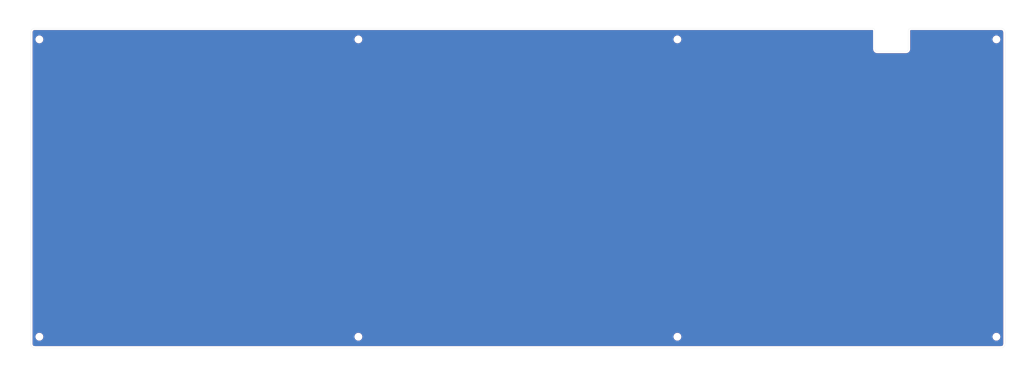
<source format=kicad_pcb>
(kicad_pcb (version 20221018) (generator pcbnew)
  (layers (0 "F.Cu" signal) (31 "B.Cu" signal) (34 "B.Paste" user) (35 "F.Paste" user) (36 "B.SilkS" user "B.Silkscreen") (37 "F.SilkS" user "F.Silkscreen") (38 "B.Mask" user) (39 "F.Mask" user) (44 "Edge.Cuts" user))
  (net 0 "")
  (footprint "MountingHole:MountingHole_2.2mm_M2" (layer "F.Cu") (at 163.68125 153.59375)
    (fp_text reference "REF**")
    (fp_text value "MountingHole_2.2mm_M2")
    (pad "" np_thru_hole circle (at 0 0) (size 2.2 2.2) (drill 2.2) (layers "F&B.Cu" "*.Mask"))
  )
  (footprint "MountingHole:MountingHole_2.2mm_M2" (layer "F.Cu") (at 292.26875 153.59375)
    (fp_text reference "REF**")
    (fp_text value "MountingHole_2.2mm_M2")
    (pad "" np_thru_hole circle (at 0 0) (size 2.2 2.2) (drill 2.2) (layers "F&B.Cu" "*.Mask"))
  )
  (footprint "MountingHole:MountingHole_2.2mm_M2" (layer "F.Cu") (at 292.26875 33.73125)
    (fp_text reference "REF**")
    (fp_text value "MountingHole_2.2mm_M2")
    (pad "" np_thru_hole circle (at 0 0) (size 2.2 2.2) (drill 2.2) (layers "F&B.Cu" "*.Mask"))
  )
  (footprint "MountingHole:MountingHole_2.2mm_M2" (layer "F.Cu") (at 420.85625 153.59375)
    (fp_text reference "REF**")
    (fp_text value "MountingHole_2.2mm_M2")
    (pad "" np_thru_hole circle (at 0 0) (size 2.2 2.2) (drill 2.2) (layers "F&B.Cu" "*.Mask"))
  )
  (footprint "MountingHole:MountingHole_2.2mm_M2" (layer "F.Cu") (at 35.09375 153.59375)
    (fp_text reference "REF**")
    (fp_text value "MountingHole_2.2mm_M2")
    (pad "" np_thru_hole circle (at 0 0) (size 2.2 2.2) (drill 2.2) (layers "F&B.Cu" "*.Mask"))
  )
  (footprint "MountingHole:MountingHole_2.2mm_M2" (layer "F.Cu") (at 163.68125 33.73125)
    (fp_text reference "REF**")
    (fp_text value "MountingHole_2.2mm_M2")
    (pad "" np_thru_hole circle (at 0 0) (size 2.2 2.2) (drill 2.2) (layers "F&B.Cu" "*.Mask"))
  )
  (footprint "MountingHole:MountingHole_2.2mm_M2" (layer "F.Cu") (at 35.09375 33.73125)
    (fp_text reference "REF**")
    (fp_text value "MountingHole_2.2mm_M2")
    (pad "" np_thru_hole circle (at 0 0) (size 2.2 2.2) (drill 2.2) (layers "F&B.Cu" "*.Mask"))
  )
  (footprint "MountingHole:MountingHole_2.2mm_M2" (layer "F.Cu") (at 420.85625 33.73125)
    (fp_text reference "REF**")
    (fp_text value "MountingHole_2.2mm_M2")
    (pad "" np_thru_hole circle (at 0 0) (size 2.2 2.2) (drill 2.2) (layers "F&B.Cu" "*.Mask"))
  )
  (footprint "locallib:ai-4.8-mask" (layer "B.Cu") (at 54.14375 145.65 180)
    (fp_text reference "G***" hide)
    (fp_text value "LOGO" hide)
  )
  (gr_curve (pts (xy 31.702586 156.959458) (xy 31.6125 156.600204) (xy 31.6125 156.187824) (xy 31.6125 155.725)) (stroke (width 0.05)) (layer "Edge.Cuts"))
  (gr_curve (pts (xy 32.835423 158.028839) (xy 32.632754 157.986353) (xy 32.44005 157.917253) (xy 32.267783 157.803365)) (stroke (width 0.05)) (layer "Edge.Cuts"))
  (gr_curve (pts (xy 32.267783 157.803365) (xy 32.125612 157.709374) (xy 32.006529 157.590801) (xy 31.911988 157.449015)) (stroke (width 0.05)) (layer "Edge.Cuts"))
  (gr_curve (pts (xy 32.263485 29.524488) (xy 32.41297 29.424814) (xy 32.578349 29.358892) (xy 32.753042 29.315086)) (stroke (width 0.05)) (layer "Edge.Cuts"))
  (gr_curve (pts (xy 385.258162 38.026005) (xy 385.312536 37.921308) (xy 385.33886 37.822135) (xy 385.35245 37.735529)) (stroke (width 0.05)) (layer "Edge.Cuts"))
  (gr_curve (pts (xy 371.509824 29.454483) (xy 371.601207 29.53104) (xy 371.692022 29.634141) (xy 371.758162 29.761495)) (stroke (width 0.05)) (layer "Edge.Cuts"))
  (gr_curve (pts (xy 372.695721 38.5462) (xy 372.799598 38.5625) (xy 372.898323 38.5625) (xy 372.99375 38.5625)) (stroke (width 0.05)) (layer "Edge.Cuts"))
  (gr_curve (pts (xy 370.74375 29.225) (xy 370.88044 29.225) (xy 371.026506 29.225) (xy 371.183152 29.274054)) (stroke (width 0.05)) (layer "Edge.Cuts"))
  (gr_curve (pts (xy 31.683661 30.447923) (xy 31.726147 30.245254) (xy 31.795247 30.05255) (xy 31.909135 29.880283)) (stroke (width 0.05)) (layer "Edge.Cuts"))
  (gr_curve (pts (xy 385.35245 37.735529) (xy 385.36875 37.631652) (xy 385.36875 37.532927) (xy 385.36875 37.4375)) (stroke (width 0.05)) (layer "Edge.Cuts"))
  (gr_curve (pts (xy 385.905245 29.335588) (xy 386.009942 29.281214) (xy 386.109115 29.25489) (xy 386.195721 29.2413)) (stroke (width 0.05)) (layer "Edge.Cuts"))
  (gr_curve (pts (xy 385.598233 29.583926) (xy 385.67479 29.492543) (xy 385.777891 29.401728) (xy 385.905245 29.335588)) (stroke (width 0.05)) (layer "Edge.Cuts"))
  (gr_curve (pts (xy 423.196958 158.009914) (xy 422.837704 158.1) (xy 422.425324 158.1) (xy 421.9625 158.1)) (stroke (width 0.05)) (layer "Edge.Cuts"))
  (gr_line (start 421.9625 29.225) (end 386.49375 29.225) (stroke (width 0.05)) (layer "Edge.Cuts"))
  (gr_line (start 384.24375 38.5625) (end 372.99375 38.5625) (stroke (width 0.05)) (layer "Edge.Cuts"))
  (gr_curve (pts (xy 31.6125 31.6) (xy 31.6125 31.171507) (xy 31.6125 30.787381) (xy 31.683661 30.447923)) (stroke (width 0.05)) (layer "Edge.Cuts"))
  (gr_curve (pts (xy 424.040865 157.444717) (xy 423.946874 157.586888) (xy 423.828301 157.705971) (xy 423.686515 157.800512)) (stroke (width 0.05)) (layer "Edge.Cuts"))
  (gr_curve (pts (xy 371.758162 29.761495) (xy 371.812536 29.866192) (xy 371.83886 29.965365) (xy 371.85245 30.051971)) (stroke (width 0.05)) (layer "Edge.Cuts"))
  (gr_curve (pts (xy 372.098233 38.203574) (xy 372.17479 38.294957) (xy 372.277891 38.385772) (xy 372.405245 38.451912)) (stroke (width 0.05)) (layer "Edge.Cuts"))
  (gr_curve (pts (xy 384.24375 38.5625) (xy 384.38044 38.5625) (xy 384.526506 38.5625) (xy 384.683152 38.513446)) (stroke (width 0.05)) (layer "Edge.Cuts"))
  (gr_curve (pts (xy 385.417804 29.910598) (xy 385.455186 29.791226) (xy 385.515023 29.683251) (xy 385.598233 29.583926)) (stroke (width 0.05)) (layer "Edge.Cuts"))
  (gr_curve (pts (xy 32.753042 29.315086) (xy 33.112296 29.225) (xy 33.524676 29.225) (xy 33.9875 29.225)) (stroke (width 0.05)) (layer "Edge.Cuts"))
  (gr_line (start 370.74375 29.225) (end 33.9875 29.225) (stroke (width 0.05)) (layer "Edge.Cuts"))
  (gr_curve (pts (xy 371.183152 29.274054) (xy 371.302524 29.311436) (xy 371.410499 29.371273) (xy 371.509824 29.454483)) (stroke (width 0.05)) (layer "Edge.Cuts"))
  (gr_curve (pts (xy 371.86875 37.4375) (xy 371.86875 37.57419) (xy 371.86875 37.720256) (xy 371.917804 37.876902)) (stroke (width 0.05)) (layer "Edge.Cuts"))
  (gr_curve (pts (xy 424.3375 155.725) (xy 424.3375 156.153493) (xy 424.3375 156.537619) (xy 424.266339 156.877077)) (stroke (width 0.05)) (layer "Edge.Cuts"))
  (gr_curve (pts (xy 371.917804 37.876902) (xy 371.955186 37.996274) (xy 372.015023 38.104249) (xy 372.098233 38.203574)) (stroke (width 0.05)) (layer "Edge.Cuts"))
  (gr_curve (pts (xy 424.038012 29.875985) (xy 424.137686 30.02547) (xy 424.203608 30.190849) (xy 424.247414 30.365542)) (stroke (width 0.05)) (layer "Edge.Cuts"))
  (gr_curve (pts (xy 386.195721 29.2413) (xy 386.299598 29.225) (xy 386.398323 29.225) (xy 386.49375 29.225)) (stroke (width 0.05)) (layer "Edge.Cuts"))
  (gr_line (start 424.3375 155.725) (end 424.3375 31.6) (stroke (width 0.05)) (layer "Edge.Cuts"))
  (gr_line (start 31.6125 31.6) (end 31.6125 155.725) (stroke (width 0.05)) (layer "Edge.Cuts"))
  (gr_curve (pts (xy 423.682217 29.521635) (xy 423.824388 29.615626) (xy 423.943471 29.734199) (xy 424.038012 29.875985)) (stroke (width 0.05)) (layer "Edge.Cuts"))
  (gr_curve (pts (xy 424.266339 156.877077) (xy 424.223853 157.079746) (xy 424.154753 157.27245) (xy 424.040865 157.444717)) (stroke (width 0.05)) (layer "Edge.Cuts"))
  (gr_line (start 33.9875 158.1) (end 421.9625 158.1) (stroke (width 0.05)) (layer "Edge.Cuts"))
  (gr_curve (pts (xy 424.247414 30.365542) (xy 424.3375 30.724796) (xy 424.3375 31.137176) (xy 424.3375 31.6)) (stroke (width 0.05)) (layer "Edge.Cuts"))
  (gr_curve (pts (xy 371.85245 30.051971) (xy 371.86875 30.155848) (xy 371.86875 30.254573) (xy 371.86875 30.35)) (stroke (width 0.05)) (layer "Edge.Cuts"))
  (gr_curve (pts (xy 372.405245 38.451912) (xy 372.509942 38.506286) (xy 372.609115 38.53261) (xy 372.695721 38.5462)) (stroke (width 0.05)) (layer "Edge.Cuts"))
  (gr_curve (pts (xy 384.683152 38.513446) (xy 384.802524 38.476064) (xy 384.910499 38.416227) (xy 385.009824 38.333017)) (stroke (width 0.05)) (layer "Edge.Cuts"))
  (gr_curve (pts (xy 385.009824 38.333017) (xy 385.101207 38.25646) (xy 385.192022 38.153359) (xy 385.258162 38.026005)) (stroke (width 0.05)) (layer "Edge.Cuts"))
  (gr_curve (pts (xy 423.686515 157.800512) (xy 423.53703 157.900186) (xy 423.371651 157.966108) (xy 423.196958 158.009914)) (stroke (width 0.05)) (layer "Edge.Cuts"))
  (gr_curve (pts (xy 33.9875 158.1) (xy 33.559007 158.1) (xy 33.174881 158.1) (xy 32.835423 158.028839)) (stroke (width 0.05)) (layer "Edge.Cuts"))
  (gr_curve (pts (xy 31.911988 157.449015) (xy 31.812314 157.29953) (xy 31.746392 157.134151) (xy 31.702586 156.959458)) (stroke (width 0.05)) (layer "Edge.Cuts"))
  (gr_line (start 371.86875 37.4375) (end 371.86875 30.35) (stroke (width 0.05)) (layer "Edge.Cuts"))
  (gr_curve (pts (xy 385.36875 30.35) (xy 385.36875 30.21331) (xy 385.36875 30.067244) (xy 385.417804 29.910598)) (stroke (width 0.05)) (layer "Edge.Cuts"))
  (gr_curve (pts (xy 31.909135 29.880283) (xy 32.003126 29.738112) (xy 32.121699 29.619029) (xy 32.263485 29.524488)) (stroke (width 0.05)) (layer "Edge.Cuts"))
  (gr_line (start 385.36875 30.35) (end 385.36875 37.4375) (stroke (width 0.05)) (layer "Edge.Cuts"))
  (gr_curve (pts (xy 421.9625 29.225) (xy 422.390993 29.225) (xy 422.775119 29.225) (xy 423.114577 29.296161)) (stroke (width 0.05)) (layer "Edge.Cuts"))
  (gr_curve (pts (xy 423.114577 29.296161) (xy 423.317246 29.338647) (xy 423.50995 29.407747) (xy 423.682217 29.521635)) (stroke (width 0.05)) (layer "Edge.Cuts"))
  (zone (net 0) (net_name "") (layers "F&B.Cu") (connect_pads (clearance 0.5)) (min_thickness 0.25) (fill yes (thermal_gap 0.5) (thermal_bridge_width 0.5) (island_removal_mode 1) (island_area_min 10))
    (polygon (pts (xy 431.96875 17.85625) (xy 431.96875 168.66875) (xy 19.21875 168.66875) (xy 19.21875 17.85625)))
  )
)
</source>
